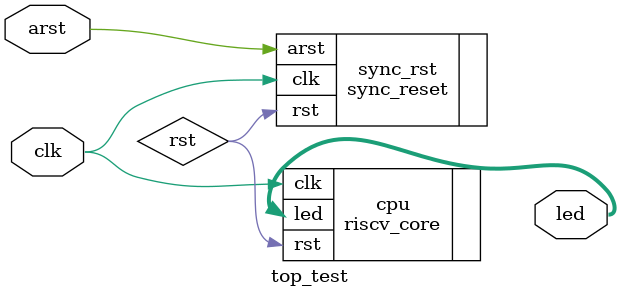
<source format=sv>
module top_test
(
    input logic         clk,
    input logic         arst,
    output logic[3:0]   led
);
    logic       rst; // Active-high sync reset

    sync_reset sync_rst(
        .clk(clk),
        .arst(arst),
        .rst(rst));
        
    riscv_core #(.TEST_PROG("complex_mul.mem")) cpu(
        .clk(clk),
        .rst(rst),
        .led(led));
endmodule
</source>
